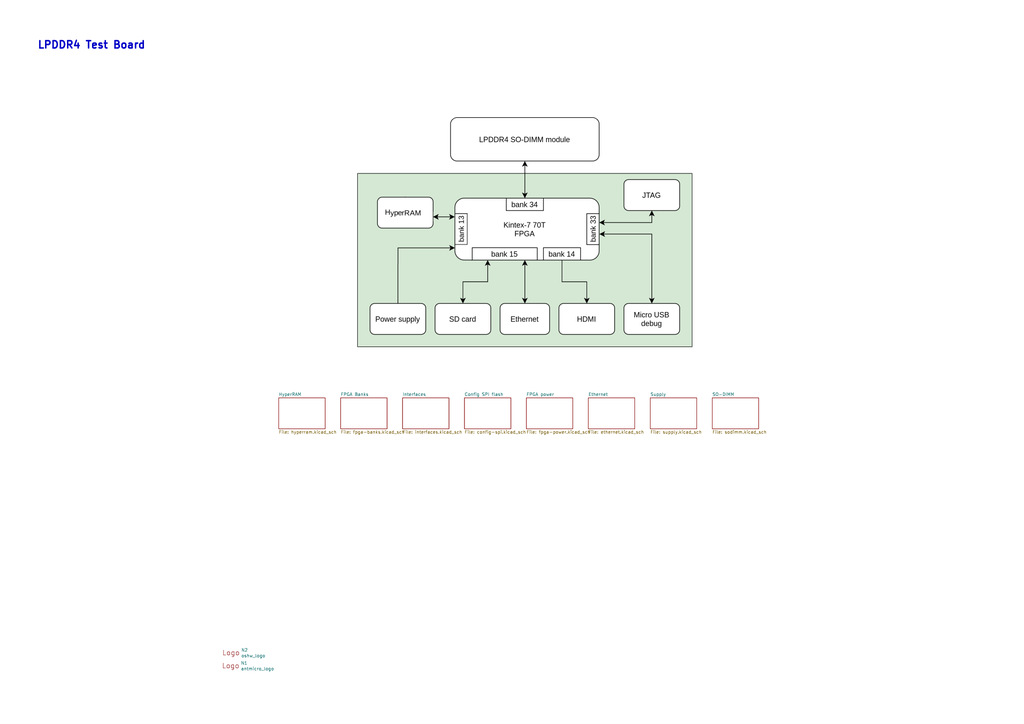
<source format=kicad_sch>
(kicad_sch (version 20211123) (generator eeschema)
  (paper "A3")
  (title_block (title "LPDDR4 Test Board") (rev "1.0.4") (comment 1 "LPDDR4 Test Board"))
  (lib_symbols
    (symbol "lpddr4-test-board:antmicro_logo" (pin_names (offset 1.016))
      (property "Reference" "N" (at 0 8.89 0))
      (property "Value" "antmicro_logo" (at 0 -5.08 0))
      (symbol "antmicro_logo_0_0"
        (text "Logo" (at 1.27 1.27 0) (effects (font (size 2.0066 2.0066))))
      )
    )
    (symbol "lpddr4-test-board:oshw_logo" (pin_names (offset 1.016))
      (property "Reference" "N" (at 0.508 1.016 0))
      (property "Value" "oshw_logo" (at 0.762 -3.81 0))
      (symbol "oshw_logo_1_1"
        (text "Logo" (at 0.762 -1.016 0) (effects (font (size 2.0066 2.0066))))
      )
    )
  )
  (image (at 215.265 95.25))
  (text "LPDDR4 Test Board" (at 15.24 20.32 0) (effects (font (size 2.9972 2.9972) (thickness 0.5994) bold) (justify left bottom)))
  (symbol (lib_id "lpddr4-test-board:antmicro_logo") (at 93.345 274.32 0) (unit 1)
    (property "Reference" "N1" (at 98.7806 271.9578 0) (effects (justify left)))
    (property "Value" "antmicro_logo" (at 98.7806 274.2692 0) (effects (justify left)))
    (property "Footprint" "lpddr4-test-board-footprints:antmicro-logo_scaled_20mm" (effects hide))
  )
  (symbol (lib_id "lpddr4-test-board:oshw_logo") (at 93.98 266.7 0) (unit 1)
    (property "Reference" "N2" (at 98.9076 266.6238 0) (effects (justify left)))
    (property "Value" "oshw_logo" (at 98.9076 268.9352 0) (effects (justify left)))
    (property "Footprint" "lpddr4-test-board-footprints:oshw-logo" (effects hide))
  )
  (sheet (at 139.7 163.195) (size 19.05 12.7)
    (property "Sheet name" "FPGA Banks" (at 139.7 162.4834 0) (effects (justify left bottom)))
    (property "Sheet file" "fpga-banks.kicad_sch" (at 139.7 176.4796 0) (effects (justify left top)))
  )
  (sheet (at 241.3 163.195) (size 19.05 12.7)
    (property "Sheet name" "Ethernet" (at 241.3 162.4834 0) (effects (justify left bottom)))
    (property "Sheet file" "ethernet.kicad_sch" (at 241.3 176.4796 0) (effects (justify left top)))
  )
  (sheet (at 292.1 163.195) (size 19.05 12.7)
    (property "Sheet name" "SO-DIMM" (at 292.1 162.4834 0) (effects (justify left bottom)))
    (property "Sheet file" "sodimm.kicad_sch" (at 292.1 176.4796 0) (effects (justify left top)))
  )
  (sheet (at 190.5 163.195) (size 19.05 12.7)
    (property "Sheet name" "Config SPI flash" (at 190.5 162.4834 0) (effects (justify left bottom)))
    (property "Sheet file" "config-spi.kicad_sch" (at 190.5 176.4796 0) (effects (justify left top)))
  )
  (sheet (at 114.3 163.195) (size 19.05 12.7)
    (property "Sheet name" "HyperRAM" (at 114.3 162.4834 0) (effects (justify left bottom)))
    (property "Sheet file" "hyperram.kicad_sch" (at 114.3 176.4796 0) (effects (justify left top)))
  )
  (sheet (at 215.9 163.195) (size 19.05 12.7)
    (property "Sheet name" "FPGA power" (at 215.9 162.4834 0) (effects (justify left bottom)))
    (property "Sheet file" "fpga-power.kicad_sch" (at 215.9 176.4796 0) (effects (justify left top)))
  )
  (sheet (at 165.1 163.195) (size 19.05 12.7)
    (property "Sheet name" "Interfaces" (at 165.1 162.4834 0) (effects (justify left bottom)))
    (property "Sheet file" "interfaces.kicad_sch" (at 165.1 176.4796 0) (effects (justify left top)))
  )
  (sheet (at 266.7 163.195) (size 19.05 12.7)
    (property "Sheet name" "Supply" (at 266.7 162.4834 0) (effects (justify left bottom)))
    (property "Sheet file" "supply.kicad_sch" (at 266.7 176.4796 0) (effects (justify left top)))
  )
)
</source>
